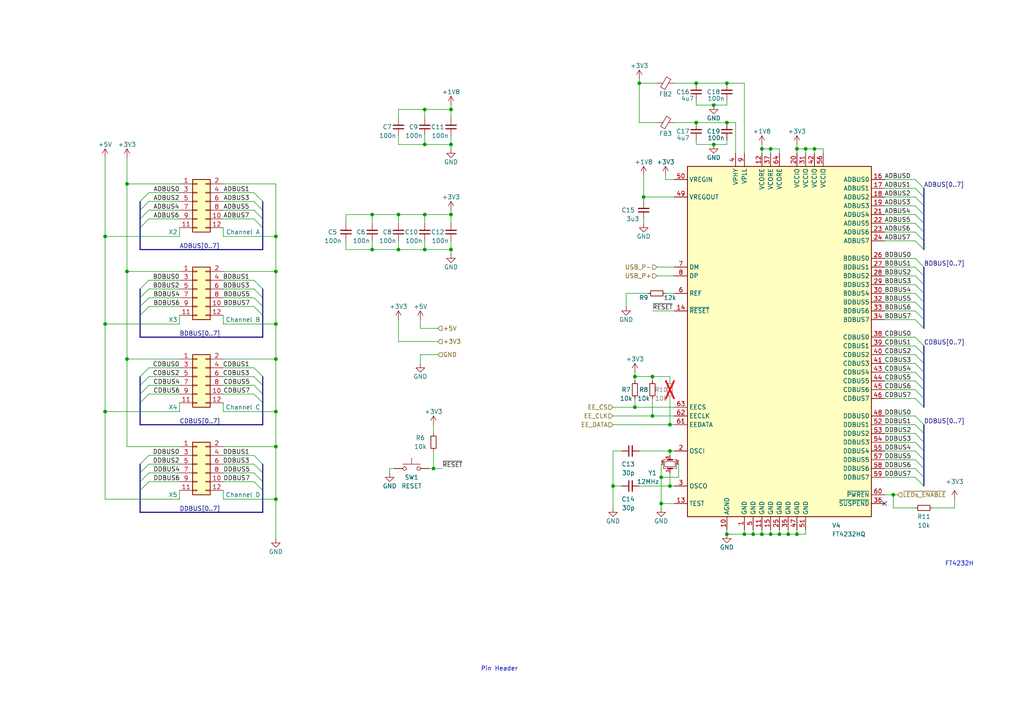
<source format=kicad_sch>
(kicad_sch (version 20231120) (generator "eeschema") (generator_version "8.0")
  (paper "A4")
  (title_block (title "FT4232 Debugger Base") (date "2024-02-10") (rev "v1.0") (comment 4 "Simon Brenninger"))
  (lib_symbols
    (symbol "Connector_Generic:Conn_02x06_Odd_Even" (pin_names (offset 1.016) hide)
      (property "Reference" "J" (at 1.27 7.62 0))
      (property "Value" "Conn_02x06_Odd_Even" (at 1.27 -10.16 0))
      (symbol "Conn_02x06_Odd_Even_1_1"
        (rectangle (start -1.27 -7.493) (end 0 -7.747) (stroke (width 0.1524)))
        (rectangle (start -1.27 -4.953) (end 0 -5.207) (stroke (width 0.1524)))
        (rectangle (start -1.27 -2.413) (end 0 -2.667) (stroke (width 0.1524)))
        (rectangle (start -1.27 0.127) (end 0 -0.127) (stroke (width 0.1524)))
        (rectangle (start -1.27 2.667) (end 0 2.413) (stroke (width 0.1524)))
        (rectangle (start -1.27 5.207) (end 0 4.953) (stroke (width 0.1524)))
        (rectangle (start -1.27 6.35) (end 3.81 -8.89) (stroke (width 0.254)) (fill (type background)))
        (rectangle (start 3.81 -7.493) (end 2.54 -7.747) (stroke (width 0.1524)))
        (rectangle (start 3.81 -4.953) (end 2.54 -5.207) (stroke (width 0.1524)))
        (rectangle (start 3.81 -2.413) (end 2.54 -2.667) (stroke (width 0.1524)))
        (rectangle (start 3.81 0.127) (end 2.54 -0.127) (stroke (width 0.1524)))
        (rectangle (start 3.81 2.667) (end 2.54 2.413) (stroke (width 0.1524)))
        (rectangle (start 3.81 5.207) (end 2.54 4.953) (stroke (width 0.1524)))
        (pin passive line (at -5.08 5.08 0) (length 3.81) (name "Pin_1") (number "1"))
        (pin passive line (at 7.62 -5.08 180) (length 3.81) (name "Pin_10") (number "10"))
        (pin passive line (at -5.08 -7.62 0) (length 3.81) (name "Pin_11") (number "11"))
        (pin passive line (at 7.62 -7.62 180) (length 3.81) (name "Pin_12") (number "12"))
        (pin passive line (at 7.62 5.08 180) (length 3.81) (name "Pin_2") (number "2"))
        (pin passive line (at -5.08 2.54 0) (length 3.81) (name "Pin_3") (number "3"))
        (pin passive line (at 7.62 2.54 180) (length 3.81) (name "Pin_4") (number "4"))
        (pin passive line (at -5.08 0 0) (length 3.81) (name "Pin_5") (number "5"))
        (pin passive line (at 7.62 0 180) (length 3.81) (name "Pin_6") (number "6"))
        (pin passive line (at -5.08 -2.54 0) (length 3.81) (name "Pin_7") (number "7"))
        (pin passive line (at 7.62 -2.54 180) (length 3.81) (name "Pin_8") (number "8"))
        (pin passive line (at -5.08 -5.08 0) (length 3.81) (name "Pin_9") (number "9"))
      )
    )
    (symbol "Device:C_Small" (pin_numbers hide) (pin_names (offset 0.254) hide)
      (property "Reference" "C" (at 0.254 1.778 0))
      (property "Value" "C_Small" (at 0.254 -2.032 0))
      (symbol "C_Small_0_1"
        (polyline (pts (xy -1.524 -0.508) (xy 1.524 -0.508)) (stroke (width 0.3302)))
        (polyline (pts (xy -1.524 0.508) (xy 1.524 0.508)) (stroke (width 0.3048)))
      )
      (symbol "C_Small_1_1"
        (pin passive line (at 0 2.54 270) (length 2.032) (name "~") (number "1"))
        (pin passive line (at 0 -2.54 90) (length 2.032) (name "~") (number "2"))
      )
    )
    (symbol "Device:Crystal_GND24_Small" (pin_names (offset 1.016) hide)
      (property "Reference" "Y" (at 1.27 4.445 0))
      (property "Value" "Crystal_GND24_Small" (at 1.27 2.54 0))
      (symbol "Crystal_GND24_Small_0_1"
        (rectangle (start -0.762 -1.524) (end 0.762 1.524))
        (polyline (pts (xy -1.27 -0.762) (xy -1.27 0.762)) (stroke (width 0.381)))
        (polyline (pts (xy 1.27 -0.762) (xy 1.27 0.762)) (stroke (width 0.381)))
        (polyline (pts (xy -1.27 -1.27) (xy -1.27 -1.905) (xy 1.27 -1.905) (xy 1.27 -1.27)))
        (polyline (pts (xy -1.27 1.27) (xy -1.27 1.905) (xy 1.27 1.905) (xy 1.27 1.27)))
      )
      (symbol "Crystal_GND24_Small_1_1"
        (pin passive line (at -2.54 0 0) (length 1.27) (name "1") (number "1"))
        (pin passive line (at 0 -2.54 90) (length 0.635) (name "2") (number "2"))
        (pin passive line (at 2.54 0 180) (length 1.27) (name "3") (number "3"))
        (pin passive line (at 0 2.54 270) (length 0.635) (name "4") (number "4"))
      )
    )
    (symbol "Device:FerriteBead_Small" (pin_numbers hide) (pin_names (offset 0))
      (property "Reference" "FB" (at 1.905 1.27 0))
      (property "Value" "FerriteBead_Small" (at 1.905 -1.27 0))
      (symbol "FerriteBead_Small_0_1"
        (polyline (pts (xy 0 -1.27) (xy 0 -0.7874)))
        (polyline (pts (xy 0 0.889) (xy 0 1.2954)))
        (polyline (pts (xy -1.8288 0.2794) (xy -1.1176 1.4986) (xy 1.8288 -0.2032) (xy 1.1176 -1.4224) (xy -1.8288 0.2794)))
      )
      (symbol "FerriteBead_Small_1_1"
        (pin passive line (at 0 2.54 270) (length 1.27) (name "~") (number "1"))
        (pin passive line (at 0 -2.54 90) (length 1.27) (name "~") (number "2"))
      )
    )
    (symbol "Device:R_Small" (pin_numbers hide) (pin_names (offset 0.254) hide)
      (property "Reference" "R" (at 0.762 0.508 0))
      (property "Value" "R_Small" (at 0.762 -1.016 0))
      (symbol "R_Small_0_1"
        (rectangle (start -0.762 1.778) (end 0.762 -1.778) (stroke (width 0.2032)))
      )
      (symbol "R_Small_1_1"
        (pin passive line (at 0 2.54 270) (length 0.762) (name "~") (number "1"))
        (pin passive line (at 0 -2.54 90) (length 0.762) (name "~") (number "2"))
      )
    )
    (symbol "Interface_USB:FT4232H"
      (property "Reference" "U" (at -26.67 53.34 0))
      (property "Value" "FT4232H" (at 19.05 53.34 0))
      (symbol "FT4232H_0_1"
        (rectangle (start -26.67 -49.53) (end 26.67 52.07) (stroke (width 0.254)) (fill (type background)))
      )
      (symbol "FT4232H_1_1"
        (pin power_in line (at -10.16 -53.34 90) (length 3.81) (name "GND") (number "1"))
        (pin power_in line (at -15.24 -53.34 90) (length 3.81) (name "AGND") (number "10"))
        (pin power_in line (at -5.08 -53.34 90) (length 3.81) (name "GND") (number "11"))
        (pin power_in line (at -5.08 55.88 270) (length 3.81) (name "VCORE") (number "12"))
        (pin input line (at -30.48 -45.72 0) (length 3.81) (name "TEST") (number "13"))
        (pin input line (at -30.48 10.16 0) (length 3.81) (name "~{RESET}") (number "14"))
        (pin power_in line (at -2.54 -53.34 90) (length 3.81) (name "GND") (number "15"))
        (pin bidirectional line (at 30.48 48.26 180) (length 3.81) (name "ADBUS0") (number "16"))
        (pin bidirectional line (at 30.48 45.72 180) (length 3.81) (name "ADBUS1") (number "17"))
        (pin bidirectional line (at 30.48 43.18 180) (length 3.81) (name "ADBUS2") (number "18"))
        (pin bidirectional line (at 30.48 40.64 180) (length 3.81) (name "ADBUS3") (number "19"))
        (pin input line (at -30.48 -30.48 0) (length 3.81) (name "OSCI") (number "2"))
        (pin power_in line (at 5.08 55.88 270) (length 3.81) (name "VCCIO") (number "20"))
        (pin bidirectional line (at 30.48 38.1 180) (length 3.81) (name "ADBUS4") (number "21"))
        (pin bidirectional line (at 30.48 35.56 180) (length 3.81) (name "ADBUS5") (number "22"))
        (pin bidirectional line (at 30.48 33.02 180) (length 3.81) (name "ADBUS6") (number "23"))
        (pin bidirectional line (at 30.48 30.48 180) (length 3.81) (name "ADBUS7") (number "24"))
        (pin power_in line (at 0 -53.34 90) (length 3.81) (name "GND") (number "25"))
        (pin bidirectional line (at 30.48 25.4 180) (length 3.81) (name "BDBUS0") (number "26"))
        (pin bidirectional line (at 30.48 22.86 180) (length 3.81) (name "BDBUS1") (number "27"))
        (pin bidirectional line (at 30.48 20.32 180) (length 3.81) (name "BDBUS2") (number "28"))
        (pin bidirectional line (at 30.48 17.78 180) (length 3.81) (name "BDBUS3") (number "29"))
        (pin output line (at -30.48 -40.64 0) (length 3.81) (name "OSCO") (number "3"))
        (pin bidirectional line (at 30.48 15.24 180) (length 3.81) (name "BDBUS4") (number "30"))
        (pin power_in line (at 7.62 55.88 270) (length 3.81) (name "VCCIO") (number "31"))
        (pin bidirectional line (at 30.48 12.7 180) (length 3.81) (name "BDBUS5") (number "32"))
        (pin bidirectional line (at 30.48 10.16 180) (length 3.81) (name "BDBUS6") (number "33"))
        (pin bidirectional line (at 30.48 7.62 180) (length 3.81) (name "BDBUS7") (number "34"))
        (pin power_in line (at 2.54 -53.34 90) (length 3.81) (name "GND") (number "35"))
        (pin output line (at 30.48 -45.72 180) (length 3.81) (name "~{SUSPEND}") (number "36"))
        (pin power_in line (at -2.54 55.88 270) (length 3.81) (name "VCORE") (number "37"))
        (pin bidirectional line (at 30.48 2.54 180) (length 3.81) (name "CDBUS0") (number "38"))
        (pin bidirectional line (at 30.48 0 180) (length 3.81) (name "CDBUS1") (number "39"))
        (pin power_in line (at -12.7 55.88 270) (length 3.81) (name "VPHY") (number "4"))
        (pin bidirectional line (at 30.48 -2.54 180) (length 3.81) (name "CDBUS2") (number "40"))
        (pin bidirectional line (at 30.48 -5.08 180) (length 3.81) (name "CDBUS3") (number "41"))
        (pin power_in line (at 10.16 55.88 270) (length 3.81) (name "VCCIO") (number "42"))
        (pin bidirectional line (at 30.48 -7.62 180) (length 3.81) (name "CDBUS4") (number "43"))
        (pin bidirectional line (at 30.48 -10.16 180) (length 3.81) (name "CDBUS5") (number "44"))
        (pin bidirectional line (at 30.48 -12.7 180) (length 3.81) (name "CDBUS6") (number "45"))
        (pin bidirectional line (at 30.48 -15.24 180) (length 3.81) (name "CDBUS7") (number "46"))
        (pin power_in line (at 5.08 -53.34 90) (length 3.81) (name "GND") (number "47"))
        (pin bidirectional line (at 30.48 -20.32 180) (length 3.81) (name "DDBUS0") (number "48"))
        (pin power_out line (at -30.48 43.18 0) (length 3.81) (name "VREGOUT") (number "49"))
        (pin power_in line (at -7.62 -53.34 90) (length 3.81) (name "GND") (number "5"))
        (pin power_in line (at -30.48 48.26 0) (length 3.81) (name "VREGIN") (number "50"))
        (pin power_in line (at 7.62 -53.34 90) (length 3.81) (name "GND") (number "51"))
        (pin bidirectional line (at 30.48 -22.86 180) (length 3.81) (name "DDBUS1") (number "52"))
        (pin bidirectional line (at 30.48 -25.4 180) (length 3.81) (name "DDBUS2") (number "53"))
        (pin bidirectional line (at 30.48 -27.94 180) (length 3.81) (name "DDBUS3") (number "54"))
        (pin bidirectional line (at 30.48 -30.48 180) (length 3.81) (name "DDBUS4") (number "55"))
        (pin power_in line (at 12.7 55.88 270) (length 3.81) (name "VCCIO") (number "56"))
        (pin bidirectional line (at 30.48 -33.02 180) (length 3.81) (name "DDBUS5") (number "57"))
        (pin bidirectional line (at 30.48 -35.56 180) (length 3.81) (name "DDBUS6") (number "58"))
        (pin bidirectional line (at 30.48 -38.1 180) (length 3.81) (name "DDBUS7") (number "59"))
        (pin input line (at -30.48 15.24 0) (length 3.81) (name "REF") (number "6"))
        (pin output line (at 30.48 -43.18 180) (length 3.81) (name "~{PWREN}") (number "60"))
        (pin bidirectional line (at -30.48 -22.86 0) (length 3.81) (name "EEDATA") (number "61"))
        (pin output line (at -30.48 -20.32 0) (length 3.81) (name "EECLK") (number "62"))
        (pin output line (at -30.48 -17.78 0) (length 3.81) (name "EECS") (number "63"))
        (pin power_in line (at 0 55.88 270) (length 3.81) (name "VCORE") (number "64"))
        (pin bidirectional line (at -30.48 22.86 0) (length 3.81) (name "DM") (number "7"))
        (pin bidirectional line (at -30.48 20.32 0) (length 3.81) (name "DP") (number "8"))
        (pin power_in line (at -10.16 55.88 270) (length 3.81) (name "VPLL") (number "9"))
      )
    )
    (symbol "Switch:SW_Push" (pin_numbers hide) (pin_names (offset 1.016) hide)
      (property "Reference" "SW" (at 1.27 2.54 0))
      (property "Value" "SW_Push" (at 0 -1.524 0))
      (symbol "SW_Push_0_1"
        (circle (center -2.032 0) (radius 0.508))
        (polyline (pts (xy 0 1.27) (xy 0 3.048)))
        (polyline (pts (xy 2.54 1.27) (xy -2.54 1.27)))
        (circle (center 2.032 0) (radius 0.508))
        (pin passive line (at -5.08 0 0) (length 2.54) (name "1") (number "1"))
        (pin passive line (at 5.08 0 180) (length 2.54) (name "2") (number "2"))
      )
    )
    (symbol "power:+1V8" (power) (pin_names (offset 0))
      (property "Value" "+1V8" (at 0 3.556 0))
      (symbol "+1V8_0_1"
        (polyline (pts (xy -0.762 1.27) (xy 0 2.54)))
        (polyline (pts (xy 0 0) (xy 0 2.54)))
        (polyline (pts (xy 0 2.54) (xy 0.762 1.27)))
      )
      (symbol "+1V8_1_1"
        (pin power_in line (at 0 0 90) (length 0) hide (name "+1V8") (number "1"))
      )
    )
    (symbol "power:+3V3" (power) (pin_names (offset 0))
      (property "Value" "+3V3" (at 0 3.556 0))
      (symbol "+3V3_0_1"
        (polyline (pts (xy -0.762 1.27) (xy 0 2.54)))
        (polyline (pts (xy 0 0) (xy 0 2.54)))
        (polyline (pts (xy 0 2.54) (xy 0.762 1.27)))
      )
      (symbol "+3V3_1_1"
        (pin power_in line (at 0 0 90) (length 0) hide (name "+3V3") (number "1"))
      )
    )
    (symbol "power:+5V" (power) (pin_names (offset 0))
      (property "Value" "+5V" (at 0 3.556 0))
      (symbol "+5V_0_1"
        (polyline (pts (xy -0.762 1.27) (xy 0 2.54)))
        (polyline (pts (xy 0 0) (xy 0 2.54)))
        (polyline (pts (xy 0 2.54) (xy 0.762 1.27)))
      )
      (symbol "+5V_1_1"
        (pin power_in line (at 0 0 90) (length 0) hide (name "+5V") (number "1"))
      )
    )
    (symbol "power:GND" (power) (pin_names (offset 0))
      (property "Value" "GND" (at 0 -3.81 0))
      (symbol "GND_0_1"
        (polyline (pts (xy 0 0) (xy 0 -1.27) (xy 1.27 -1.27) (xy 0 -2.54) (xy -1.27 -1.27) (xy 0 -1.27)))
      )
      (symbol "GND_1_1"
        (pin power_in line (at 0 0 270) (length 0) hide (name "GND") (number "1"))
      )
    )
  )
  (junction (at 207.01 30.48))
  (junction (at 236.22 43.18))
  (junction (at 191.77 138.43))
  (junction (at 201.93 35.56))
  (junction (at 210.82 24.13))
  (junction (at 259.08 143.51))
  (junction (at 80.01 104.14))
  (junction (at 107.95 72.39))
  (junction (at 194.31 140.97))
  (junction (at 36.83 53.34))
  (junction (at 233.68 43.18))
  (junction (at 123.19 41.91))
  (junction (at 36.83 104.14))
  (junction (at 207.01 41.91))
  (junction (at 30.48 68.58))
  (junction (at 226.06 154.94))
  (junction (at 184.15 109.22))
  (junction (at 189.23 109.22))
  (junction (at 123.19 72.39))
  (junction (at 228.6 154.94))
  (junction (at 80.01 129.54))
  (junction (at 36.83 78.74))
  (junction (at 218.44 154.94))
  (junction (at 215.9 154.94))
  (junction (at 80.01 68.58))
  (junction (at 201.93 24.13))
  (junction (at 80.01 119.38))
  (junction (at 184.15 118.11))
  (junction (at 123.19 31.75))
  (junction (at 223.52 154.94))
  (junction (at 186.69 57.15))
  (junction (at 185.42 24.13))
  (junction (at 191.77 146.05))
  (junction (at 125.73 135.89))
  (junction (at 220.98 43.18))
  (junction (at 115.57 72.39))
  (junction (at 177.8 140.97))
  (junction (at 231.14 43.18))
  (junction (at 194.31 123.19))
  (junction (at 210.82 154.94))
  (junction (at 210.82 35.56))
  (junction (at 80.01 78.74))
  (junction (at 107.95 62.23))
  (junction (at 130.81 72.39))
  (junction (at 30.48 119.38))
  (junction (at 123.19 62.23))
  (junction (at 231.14 154.94))
  (junction (at 80.01 93.98))
  (junction (at 130.81 62.23))
  (junction (at 80.01 144.78))
  (junction (at 220.98 154.94))
  (junction (at 189.23 120.65))
  (junction (at 194.31 130.81))
  (junction (at 130.81 31.75))
  (junction (at 130.81 41.91))
  (junction (at 30.48 93.98))
  (junction (at 223.52 43.18))
  (junction (at 115.57 62.23))
  (no_connect (at 256.54 146.05))
  (bus_entry (at 265.43 125.73) (size 2.54 2.54))
  (bus_entry (at 265.43 67.31) (size 2.54 2.54))
  (bus_entry (at 265.43 100.33) (size 2.54 2.54))
  (bus_entry (at 265.43 115.57) (size 2.54 2.54))
  (bus_entry (at 265.43 92.71) (size 2.54 2.54))
  (bus_entry (at 265.43 62.23) (size 2.54 2.54))
  (bus_entry (at 73.66 106.68) (size 2.54 2.54))
  (bus_entry (at 43.18 60.96) (size -2.54 2.54))
  (bus_entry (at 265.43 77.47) (size 2.54 2.54))
  (bus_entry (at 43.18 139.7) (size -2.54 2.54))
  (bus_entry (at 73.66 137.16) (size 2.54 2.54))
  (bus_entry (at 43.18 88.9) (size -2.54 2.54))
  (bus_entry (at 265.43 87.63) (size 2.54 2.54))
  (bus_entry (at 265.43 138.43) (size 2.54 2.54))
  (bus_entry (at 43.18 55.88) (size -2.54 2.54))
  (bus_entry (at 73.66 88.9) (size 2.54 2.54))
  (bus_entry (at 265.43 107.95) (size 2.54 2.54))
  (bus_entry (at 265.43 133.35) (size 2.54 2.54))
  (bus_entry (at 43.18 63.5) (size -2.54 2.54))
  (bus_entry (at 73.66 111.76) (size 2.54 2.54))
  (bus_entry (at 73.66 109.22) (size 2.54 2.54))
  (bus_entry (at 265.43 69.85) (size 2.54 2.54))
  (bus_entry (at 73.66 86.36) (size 2.54 2.54))
  (bus_entry (at 265.43 90.17) (size 2.54 2.54))
  (bus_entry (at 265.43 74.93) (size 2.54 2.54))
  (bus_entry (at 265.43 54.61) (size 2.54 2.54))
  (bus_entry (at 73.66 83.82) (size 2.54 2.54))
  (bus_entry (at 265.43 113.03) (size 2.54 2.54))
  (bus_entry (at 265.43 80.01) (size 2.54 2.54))
  (bus_entry (at 265.43 57.15) (size 2.54 2.54))
  (bus_entry (at 43.18 83.82) (size -2.54 2.54))
  (bus_entry (at 73.66 58.42) (size 2.54 2.54))
  (bus_entry (at 43.18 86.36) (size -2.54 2.54))
  (bus_entry (at 265.43 97.79) (size 2.54 2.54))
  (bus_entry (at 265.43 85.09) (size 2.54 2.54))
  (bus_entry (at 43.18 109.22) (size -2.54 2.54))
  (bus_entry (at 265.43 52.07) (size 2.54 2.54))
  (bus_entry (at 43.18 134.62) (size -2.54 2.54))
  (bus_entry (at 265.43 135.89) (size 2.54 2.54))
  (bus_entry (at 265.43 123.19) (size 2.54 2.54))
  (bus_entry (at 43.18 58.42) (size -2.54 2.54))
  (bus_entry (at 43.18 81.28) (size -2.54 2.54))
  (bus_entry (at 73.66 63.5) (size 2.54 2.54))
  (bus_entry (at 73.66 114.3) (size 2.54 2.54))
  (bus_entry (at 265.43 64.77) (size 2.54 2.54))
  (bus_entry (at 265.43 130.81) (size 2.54 2.54))
  (bus_entry (at 265.43 59.69) (size 2.54 2.54))
  (bus_entry (at 265.43 110.49) (size 2.54 2.54))
  (bus_entry (at 265.43 120.65) (size 2.54 2.54))
  (bus_entry (at 73.66 134.62) (size 2.54 2.54))
  (bus_entry (at 265.43 102.87) (size 2.54 2.54))
  (bus_entry (at 265.43 82.55) (size 2.54 2.54))
  (bus_entry (at 43.18 132.08) (size -2.54 2.54))
  (bus_entry (at 73.66 81.28) (size 2.54 2.54))
  (bus_entry (at 43.18 106.68) (size -2.54 2.54))
  (bus_entry (at 43.18 111.76) (size -2.54 2.54))
  (bus_entry (at 265.43 105.41) (size 2.54 2.54))
  (bus_entry (at 73.66 132.08) (size 2.54 2.54))
  (bus_entry (at 73.66 139.7) (size 2.54 2.54))
  (bus_entry (at 73.66 60.96) (size 2.54 2.54))
  (bus_entry (at 43.18 137.16) (size -2.54 2.54))
  (bus_entry (at 73.66 55.88) (size 2.54 2.54))
  (bus_entry (at 265.43 128.27) (size 2.54 2.54))
  (bus_entry (at 43.18 114.3) (size -2.54 2.54))
  (wire (pts (xy 177.8 140.97) (xy 180.34 140.97)))
  (bus (pts (xy 267.97 85.09) (xy 267.97 82.55)))
  (bus (pts (xy 76.2 91.44) (xy 76.2 97.79)))
  (bus (pts (xy 40.64 134.62) (xy 40.64 137.16)))
  (wire (pts (xy 52.07 104.14) (xy 36.83 104.14)))
  (wire (pts (xy 265.43 147.32) (xy 259.08 147.32)))
  (wire (pts (xy 64.77 142.24) (xy 64.77 144.78)))
  (wire (pts (xy 231.14 154.94) (xy 231.14 153.67)))
  (wire (pts (xy 64.77 81.28) (xy 73.66 81.28)))
  (bus (pts (xy 40.64 97.79) (xy 76.2 97.79)))
  (wire (pts (xy 100.33 62.23) (xy 107.95 62.23)))
  (wire (pts (xy 256.54 135.89) (xy 265.43 135.89)))
  (bus (pts (xy 40.64 111.76) (xy 40.64 114.3)))
  (wire (pts (xy 210.82 154.94) (xy 210.82 153.67)))
  (bus (pts (xy 267.97 107.95) (xy 267.97 105.41)))
  (wire (pts (xy 115.57 62.23) (xy 115.57 64.77)))
  (wire (pts (xy 260.35 143.51) (xy 259.08 143.51)))
  (wire (pts (xy 185.42 22.86) (xy 185.42 24.13)))
  (bus (pts (xy 267.97 105.41) (xy 267.97 102.87)))
  (wire (pts (xy 228.6 154.94) (xy 228.6 153.67)))
  (wire (pts (xy 80.01 68.58) (xy 80.01 78.74)))
  (bus (pts (xy 267.97 133.35) (xy 267.97 130.81)))
  (bus (pts (xy 76.2 86.36) (xy 76.2 88.9)))
  (wire (pts (xy 193.04 52.07) (xy 195.58 52.07)))
  (bus (pts (xy 40.64 91.44) (xy 40.64 97.79)))
  (wire (pts (xy 177.8 140.97) (xy 177.8 130.81)))
  (wire (pts (xy 115.57 39.37) (xy 115.57 41.91)))
  (wire (pts (xy 123.19 31.75) (xy 123.19 34.29)))
  (bus (pts (xy 76.2 88.9) (xy 76.2 91.44)))
  (bus (pts (xy 40.64 66.04) (xy 40.64 72.39)))
  (wire (pts (xy 256.54 90.17) (xy 265.43 90.17)))
  (wire (pts (xy 191.77 134.62) (xy 191.77 138.43)))
  (bus (pts (xy 267.97 130.81) (xy 267.97 128.27)))
  (wire (pts (xy 130.81 64.77) (xy 130.81 62.23)))
  (bus (pts (xy 76.2 63.5) (xy 76.2 66.04)))
  (wire (pts (xy 207.01 30.48) (xy 210.82 30.48)))
  (wire (pts (xy 256.54 130.81) (xy 265.43 130.81)))
  (wire (pts (xy 107.95 62.23) (xy 115.57 62.23)))
  (wire (pts (xy 64.77 114.3) (xy 73.66 114.3)))
  (wire (pts (xy 73.66 55.88) (xy 64.77 55.88)))
  (bus (pts (xy 76.2 111.76) (xy 76.2 114.3)))
  (wire (pts (xy 196.85 134.62) (xy 196.85 138.43)))
  (wire (pts (xy 231.14 154.94) (xy 233.68 154.94)))
  (wire (pts (xy 256.54 102.87) (xy 265.43 102.87)))
  (wire (pts (xy 43.18 139.7) (xy 52.07 139.7)))
  (wire (pts (xy 64.77 68.58) (xy 80.01 68.58)))
  (bus (pts (xy 40.64 142.24) (xy 40.64 148.59)))
  (bus (pts (xy 267.97 102.87) (xy 267.97 100.33)))
  (bus (pts (xy 267.97 138.43) (xy 267.97 135.89)))
  (wire (pts (xy 196.85 138.43) (xy 191.77 138.43)))
  (bus (pts (xy 40.64 139.7) (xy 40.64 142.24)))
  (wire (pts (xy 226.06 154.94) (xy 228.6 154.94)))
  (wire (pts (xy 256.54 133.35) (xy 265.43 133.35)))
  (wire (pts (xy 30.48 93.98) (xy 30.48 119.38)))
  (wire (pts (xy 43.18 88.9) (xy 52.07 88.9)))
  (wire (pts (xy 115.57 62.23) (xy 123.19 62.23)))
  (bus (pts (xy 267.97 82.55) (xy 267.97 80.01)))
  (wire (pts (xy 43.18 109.22) (xy 52.07 109.22)))
  (wire (pts (xy 191.77 138.43) (xy 191.77 146.05)))
  (wire (pts (xy 30.48 68.58) (xy 52.07 68.58)))
  (wire (pts (xy 123.19 72.39) (xy 115.57 72.39)))
  (wire (pts (xy 210.82 35.56) (xy 213.36 35.56)))
  (wire (pts (xy 121.92 102.87) (xy 121.92 105.41)))
  (bus (pts (xy 267.97 90.17) (xy 267.97 87.63)))
  (wire (pts (xy 195.58 35.56) (xy 201.93 35.56)))
  (wire (pts (xy 52.07 129.54) (xy 36.83 129.54)))
  (wire (pts (xy 80.01 144.78) (xy 80.01 156.21)))
  (wire (pts (xy 220.98 43.18) (xy 220.98 44.45)))
  (wire (pts (xy 256.54 105.41) (xy 265.43 105.41)))
  (wire (pts (xy 80.01 104.14) (xy 80.01 119.38)))
  (wire (pts (xy 194.31 110.49) (xy 194.31 109.22)))
  (wire (pts (xy 276.86 147.32) (xy 270.51 147.32)))
  (bus (pts (xy 76.2 137.16) (xy 76.2 139.7)))
  (wire (pts (xy 80.01 53.34) (xy 64.77 53.34)))
  (wire (pts (xy 121.92 95.25) (xy 121.92 92.71)))
  (wire (pts (xy 177.8 118.11) (xy 184.15 118.11)))
  (wire (pts (xy 181.61 85.09) (xy 181.61 88.9)))
  (wire (pts (xy 223.52 43.18) (xy 226.06 43.18)))
  (bus (pts (xy 267.97 72.39) (xy 267.97 69.85)))
  (bus (pts (xy 40.64 123.19) (xy 76.2 123.19)))
  (wire (pts (xy 201.93 40.64) (xy 201.93 41.91)))
  (wire (pts (xy 43.18 114.3) (xy 52.07 114.3)))
  (wire (pts (xy 73.66 63.5) (xy 64.77 63.5)))
  (wire (pts (xy 256.54 87.63) (xy 265.43 87.63)))
  (wire (pts (xy 43.18 137.16) (xy 52.07 137.16)))
  (wire (pts (xy 64.77 93.98) (xy 80.01 93.98)))
  (bus (pts (xy 267.97 92.71) (xy 267.97 90.17)))
  (wire (pts (xy 100.33 72.39) (xy 100.33 69.85)))
  (wire (pts (xy 115.57 31.75) (xy 123.19 31.75)))
  (wire (pts (xy 256.54 123.19) (xy 265.43 123.19)))
  (wire (pts (xy 123.19 31.75) (xy 130.81 31.75)))
  (wire (pts (xy 43.18 86.36) (xy 52.07 86.36)))
  (wire (pts (xy 220.98 154.94) (xy 220.98 153.67)))
  (wire (pts (xy 113.03 135.89) (xy 113.03 137.16)))
  (wire (pts (xy 256.54 69.85) (xy 265.43 69.85)))
  (wire (pts (xy 52.07 116.84) (xy 52.07 119.38)))
  (wire (pts (xy 52.07 53.34) (xy 36.83 53.34)))
  (wire (pts (xy 194.31 115.57) (xy 194.31 123.19)))
  (wire (pts (xy 130.81 30.48) (xy 130.81 31.75)))
  (wire (pts (xy 191.77 147.32) (xy 191.77 146.05)))
  (wire (pts (xy 213.36 35.56) (xy 213.36 44.45)))
  (wire (pts (xy 201.93 24.13) (xy 210.82 24.13)))
  (wire (pts (xy 186.69 57.15) (xy 195.58 57.15)))
  (wire (pts (xy 36.83 53.34) (xy 36.83 78.74)))
  (wire (pts (xy 256.54 128.27) (xy 265.43 128.27)))
  (wire (pts (xy 223.52 43.18) (xy 223.52 44.45)))
  (wire (pts (xy 256.54 64.77) (xy 265.43 64.77)))
  (wire (pts (xy 194.31 123.19) (xy 195.58 123.19)))
  (wire (pts (xy 256.54 54.61) (xy 265.43 54.61)))
  (wire (pts (xy 30.48 68.58) (xy 30.48 93.98)))
  (wire (pts (xy 210.82 24.13) (xy 215.9 24.13)))
  (wire (pts (xy 194.31 140.97) (xy 195.58 140.97)))
  (wire (pts (xy 194.31 130.81) (xy 194.31 132.08)))
  (bus (pts (xy 76.2 83.82) (xy 76.2 86.36)))
  (wire (pts (xy 52.07 91.44) (xy 52.07 93.98)))
  (wire (pts (xy 36.83 104.14) (xy 36.83 129.54)))
  (bus (pts (xy 267.97 57.15) (xy 267.97 54.61)))
  (bus (pts (xy 267.97 110.49) (xy 267.97 107.95)))
  (wire (pts (xy 130.81 69.85) (xy 130.81 72.39)))
  (bus (pts (xy 267.97 115.57) (xy 267.97 113.03)))
  (wire (pts (xy 220.98 154.94) (xy 223.52 154.94)))
  (wire (pts (xy 130.81 41.91) (xy 130.81 43.18)))
  (wire (pts (xy 64.77 104.14) (xy 80.01 104.14)))
  (wire (pts (xy 256.54 138.43) (xy 265.43 138.43)))
  (bus (pts (xy 40.64 114.3) (xy 40.64 116.84)))
  (bus (pts (xy 267.97 128.27) (xy 267.97 125.73)))
  (bus (pts (xy 40.64 116.84) (xy 40.64 123.19)))
  (wire (pts (xy 43.18 134.62) (xy 52.07 134.62)))
  (wire (pts (xy 190.5 77.47) (xy 195.58 77.47)))
  (wire (pts (xy 177.8 120.65) (xy 189.23 120.65)))
  (wire (pts (xy 64.77 78.74) (xy 80.01 78.74)))
  (wire (pts (xy 195.58 24.13) (xy 201.93 24.13)))
  (wire (pts (xy 210.82 41.91) (xy 210.82 40.64)))
  (wire (pts (xy 184.15 118.11) (xy 195.58 118.11)))
  (bus (pts (xy 76.2 134.62) (xy 76.2 137.16)))
  (wire (pts (xy 256.54 100.33) (xy 265.43 100.33)))
  (wire (pts (xy 64.77 137.16) (xy 73.66 137.16)))
  (wire (pts (xy 256.54 82.55) (xy 265.43 82.55)))
  (wire (pts (xy 43.18 63.5) (xy 52.07 63.5)))
  (wire (pts (xy 184.15 110.49) (xy 184.15 109.22)))
  (wire (pts (xy 80.01 119.38) (xy 80.01 129.54)))
  (wire (pts (xy 189.23 90.17) (xy 195.58 90.17)))
  (wire (pts (xy 259.08 147.32) (xy 259.08 143.51)))
  (wire (pts (xy 194.31 109.22) (xy 189.23 109.22)))
  (bus (pts (xy 267.97 59.69) (xy 267.97 57.15)))
  (wire (pts (xy 256.54 77.47) (xy 265.43 77.47)))
  (wire (pts (xy 256.54 107.95) (xy 265.43 107.95)))
  (wire (pts (xy 218.44 154.94) (xy 218.44 153.67)))
  (wire (pts (xy 184.15 109.22) (xy 189.23 109.22)))
  (wire (pts (xy 43.18 106.68) (xy 52.07 106.68)))
  (bus (pts (xy 267.97 125.73) (xy 267.97 123.19)))
  (bus (pts (xy 267.97 118.11) (xy 267.97 115.57)))
  (wire (pts (xy 191.77 146.05) (xy 195.58 146.05)))
  (bus (pts (xy 76.2 142.24) (xy 76.2 148.59)))
  (bus (pts (xy 40.64 58.42) (xy 40.64 60.96)))
  (wire (pts (xy 256.54 115.57) (xy 265.43 115.57)))
  (bus (pts (xy 40.64 60.96) (xy 40.64 63.5)))
  (wire (pts (xy 256.54 92.71) (xy 265.43 92.71)))
  (wire (pts (xy 43.18 55.88) (xy 52.07 55.88)))
  (wire (pts (xy 220.98 43.18) (xy 223.52 43.18)))
  (bus (pts (xy 76.2 109.22) (xy 76.2 111.76)))
  (bus (pts (xy 76.2 66.04) (xy 76.2 72.39)))
  (wire (pts (xy 256.54 80.01) (xy 265.43 80.01)))
  (wire (pts (xy 114.3 135.89) (xy 113.03 135.89)))
  (bus (pts (xy 267.97 135.89) (xy 267.97 133.35)))
  (bus (pts (xy 40.64 86.36) (xy 40.64 88.9)))
  (wire (pts (xy 256.54 125.73) (xy 265.43 125.73)))
  (wire (pts (xy 125.73 130.81) (xy 125.73 135.89)))
  (wire (pts (xy 177.8 147.32) (xy 177.8 140.97)))
  (wire (pts (xy 30.48 93.98) (xy 52.07 93.98)))
  (wire (pts (xy 115.57 31.75) (xy 115.57 34.29)))
  (wire (pts (xy 128.27 135.89) (xy 125.73 135.89)))
  (wire (pts (xy 73.66 58.42) (xy 64.77 58.42)))
  (wire (pts (xy 115.57 69.85) (xy 115.57 72.39)))
  (wire (pts (xy 43.18 58.42) (xy 52.07 58.42)))
  (wire (pts (xy 194.31 137.16) (xy 194.31 140.97)))
  (wire (pts (xy 256.54 59.69) (xy 265.43 59.69)))
  (wire (pts (xy 185.42 140.97) (xy 194.31 140.97)))
  (wire (pts (xy 186.69 50.8) (xy 186.69 57.15)))
  (wire (pts (xy 256.54 113.03) (xy 265.43 113.03)))
  (bus (pts (xy 76.2 114.3) (xy 76.2 116.84)))
  (wire (pts (xy 80.01 53.34) (xy 80.01 68.58)))
  (bus (pts (xy 40.64 83.82) (xy 40.64 86.36)))
  (wire (pts (xy 64.77 86.36) (xy 73.66 86.36)))
  (wire (pts (xy 43.18 83.82) (xy 52.07 83.82)))
  (wire (pts (xy 123.19 62.23) (xy 130.81 62.23)))
  (wire (pts (xy 64.77 132.08) (xy 73.66 132.08)))
  (wire (pts (xy 100.33 64.77) (xy 100.33 62.23)))
  (wire (pts (xy 226.06 43.18) (xy 226.06 44.45)))
  (wire (pts (xy 123.19 41.91) (xy 130.81 41.91)))
  (bus (pts (xy 267.97 95.25) (xy 267.97 92.71)))
  (wire (pts (xy 64.77 129.54) (xy 80.01 129.54)))
  (wire (pts (xy 177.8 130.81) (xy 180.34 130.81)))
  (wire (pts (xy 210.82 154.94) (xy 215.9 154.94)))
  (bus (pts (xy 76.2 60.96) (xy 76.2 63.5)))
  (wire (pts (xy 52.07 142.24) (xy 52.07 144.78)))
  (wire (pts (xy 36.83 45.72) (xy 36.83 53.34)))
  (wire (pts (xy 30.48 119.38) (xy 52.07 119.38)))
  (wire (pts (xy 43.18 111.76) (xy 52.07 111.76)))
  (bus (pts (xy 76.2 58.42) (xy 76.2 60.96)))
  (bus (pts (xy 76.2 139.7) (xy 76.2 142.24)))
  (wire (pts (xy 43.18 132.08) (xy 52.07 132.08)))
  (wire (pts (xy 189.23 115.57) (xy 189.23 120.65)))
  (wire (pts (xy 181.61 85.09) (xy 187.96 85.09)))
  (bus (pts (xy 267.97 87.63) (xy 267.97 85.09)))
  (wire (pts (xy 256.54 57.15) (xy 265.43 57.15)))
  (wire (pts (xy 259.08 143.51) (xy 256.54 143.51)))
  (bus (pts (xy 267.97 67.31) (xy 267.97 64.77)))
  (wire (pts (xy 193.04 50.8) (xy 193.04 52.07)))
  (wire (pts (xy 193.04 85.09) (xy 195.58 85.09)))
  (wire (pts (xy 30.48 119.38) (xy 30.48 144.78)))
  (wire (pts (xy 124.46 135.89) (xy 125.73 135.89)))
  (wire (pts (xy 123.19 39.37) (xy 123.19 41.91)))
  (wire (pts (xy 189.23 120.65) (xy 195.58 120.65)))
  (wire (pts (xy 64.77 134.62) (xy 73.66 134.62)))
  (wire (pts (xy 185.42 24.13) (xy 190.5 24.13)))
  (wire (pts (xy 256.54 120.65) (xy 265.43 120.65)))
  (wire (pts (xy 52.07 66.04) (xy 52.07 68.58)))
  (wire (pts (xy 207.01 41.91) (xy 210.82 41.91)))
  (wire (pts (xy 130.81 72.39) (xy 130.81 73.66)))
  (bus (pts (xy 40.64 72.39) (xy 76.2 72.39)))
  (wire (pts (xy 130.81 31.75) (xy 130.81 34.29)))
  (bus (pts (xy 40.64 137.16) (xy 40.64 139.7)))
  (wire (pts (xy 276.86 144.78) (xy 276.86 147.32)))
  (wire (pts (xy 123.19 69.85) (xy 123.19 72.39)))
  (wire (pts (xy 107.95 72.39) (xy 115.57 72.39)))
  (wire (pts (xy 238.76 43.18) (xy 238.76 44.45)))
  (wire (pts (xy 30.48 45.72) (xy 30.48 68.58)))
  (wire (pts (xy 80.01 78.74) (xy 80.01 93.98)))
  (bus (pts (xy 267.97 64.77) (xy 267.97 62.23)))
  (wire (pts (xy 64.77 83.82) (xy 73.66 83.82)))
  (wire (pts (xy 201.93 30.48) (xy 207.01 30.48)))
  (wire (pts (xy 233.68 43.18) (xy 233.68 44.45)))
  (wire (pts (xy 185.42 35.56) (xy 190.5 35.56)))
  (wire (pts (xy 186.69 63.5) (xy 186.69 64.77)))
  (wire (pts (xy 64.77 66.04) (xy 64.77 68.58)))
  (bus (pts (xy 40.64 88.9) (xy 40.64 91.44)))
  (wire (pts (xy 256.54 110.49) (xy 265.43 110.49)))
  (wire (pts (xy 184.15 115.57) (xy 184.15 118.11)))
  (wire (pts (xy 64.77 139.7) (xy 73.66 139.7)))
  (wire (pts (xy 223.52 154.94) (xy 226.06 154.94)))
  (wire (pts (xy 64.77 144.78) (xy 80.01 144.78)))
  (wire (pts (xy 201.93 41.91) (xy 207.01 41.91)))
  (wire (pts (xy 52.07 144.78) (xy 30.48 144.78)))
  (wire (pts (xy 73.66 60.96) (xy 64.77 60.96)))
  (wire (pts (xy 107.95 69.85) (xy 107.95 72.39)))
  (wire (pts (xy 223.52 154.94) (xy 223.52 153.67)))
  (wire (pts (xy 185.42 130.81) (xy 194.31 130.81)))
  (wire (pts (xy 64.77 91.44) (xy 64.77 93.98)))
  (wire (pts (xy 43.18 60.96) (xy 52.07 60.96)))
  (wire (pts (xy 123.19 62.23) (xy 123.19 64.77)))
  (wire (pts (xy 190.5 80.01) (xy 195.58 80.01)))
  (wire (pts (xy 130.81 60.96) (xy 130.81 62.23)))
  (wire (pts (xy 210.82 30.48) (xy 210.82 29.21)))
  (bus (pts (xy 40.64 148.59) (xy 76.2 148.59)))
  (wire (pts (xy 218.44 154.94) (xy 220.98 154.94)))
  (wire (pts (xy 177.8 123.19) (xy 194.31 123.19)))
  (wire (pts (xy 64.77 88.9) (xy 73.66 88.9)))
  (wire (pts (xy 215.9 154.94) (xy 215.9 153.67)))
  (wire (pts (xy 127 99.06) (xy 115.57 99.06)))
  (bus (pts (xy 267.97 62.23) (xy 267.97 59.69)))
  (wire (pts (xy 36.83 78.74) (xy 52.07 78.74)))
  (bus (pts (xy 267.97 80.01) (xy 267.97 77.47)))
  (wire (pts (xy 236.22 43.18) (xy 238.76 43.18)))
  (wire (pts (xy 201.93 35.56) (xy 210.82 35.56)))
  (wire (pts (xy 215.9 154.94) (xy 218.44 154.94)))
  (bus (pts (xy 40.64 109.22) (xy 40.64 111.76)))
  (wire (pts (xy 236.22 43.18) (xy 236.22 44.45)))
  (wire (pts (xy 64.77 111.76) (xy 73.66 111.76)))
  (wire (pts (xy 80.01 93.98) (xy 80.01 104.14)))
  (wire (pts (xy 256.54 67.31) (xy 265.43 67.31)))
  (wire (pts (xy 256.54 97.79) (xy 265.43 97.79)))
  (wire (pts (xy 233.68 43.18) (xy 236.22 43.18)))
  (wire (pts (xy 36.83 78.74) (xy 36.83 104.14)))
  (wire (pts (xy 127 95.25) (xy 121.92 95.25)))
  (wire (pts (xy 115.57 99.06) (xy 115.57 92.71)))
  (wire (pts (xy 215.9 24.13) (xy 215.9 44.45)))
  (wire (pts (xy 231.14 43.18) (xy 231.14 44.45)))
  (wire (pts (xy 185.42 35.56) (xy 185.42 24.13)))
  (wire (pts (xy 64.77 119.38) (xy 80.01 119.38)))
  (wire (pts (xy 201.93 29.21) (xy 201.93 30.48)))
  (wire (pts (xy 127 102.87) (xy 121.92 102.87)))
  (wire (pts (xy 100.33 72.39) (xy 107.95 72.39)))
  (bus (pts (xy 267.97 140.97) (xy 267.97 138.43)))
  (bus (pts (xy 76.2 116.84) (xy 76.2 123.19)))
  (wire (pts (xy 107.95 62.23) (xy 107.95 64.77)))
  (wire (pts (xy 115.57 41.91) (xy 123.19 41.91)))
  (wire (pts (xy 231.14 41.91) (xy 231.14 43.18)))
  (wire (pts (xy 220.98 41.91) (xy 220.98 43.18)))
  (wire (pts (xy 64.77 106.68) (xy 73.66 106.68)))
  (wire (pts (xy 256.54 74.93) (xy 265.43 74.93)))
  (wire (pts (xy 64.77 109.22) (xy 73.66 109.22)))
  (wire (pts (xy 80.01 129.54) (xy 80.01 144.78)))
  (wire (pts (xy 228.6 154.94) (xy 231.14 154.94)))
  (bus (pts (xy 40.64 63.5) (xy 40.64 66.04)))
  (bus (pts (xy 267.97 113.03) (xy 267.97 110.49)))
  (wire (pts (xy 130.81 41.91) (xy 130.81 39.37)))
  (wire (pts (xy 186.69 57.15) (xy 186.69 58.42)))
  (wire (pts (xy 194.31 130.81) (xy 195.58 130.81)))
  (wire (pts (xy 184.15 107.95) (xy 184.15 109.22)))
  (wire (pts (xy 256.54 62.23) (xy 265.43 62.23)))
  (wire (pts (xy 43.18 81.28) (xy 52.07 81.28)))
  (wire (pts (xy 64.77 116.84) (xy 64.77 119.38)))
  (wire (pts (xy 256.54 52.07) (xy 265.43 52.07)))
  (wire (pts (xy 123.19 72.39) (xy 130.81 72.39)))
  (wire (pts (xy 231.14 43.18) (xy 233.68 43.18)))
  (wire (pts (xy 233.68 154.94) (xy 233.68 153.67)))
  (bus (pts (xy 267.97 69.85) (xy 267.97 67.31)))
  (wire (pts (xy 189.23 109.22) (xy 189.23 110.49)))
  (wire (pts (xy 226.06 154.94) (xy 226.06 153.67)))
  (wire (pts (xy 125.73 123.19) (xy 125.73 125.73)))
  (wire (pts (xy 256.54 85.09) (xy 265.43 85.09)))
  (text "FT4232H" (at 274.066 164.338 0) (effects (font (size 1.27 1.27)) (justify left bottom)))
  (text "Pin Header" (at 139.446 194.818 0) (effects (font (size 1.27 1.27)) (justify left bottom)))
  (label "DDBUS4" (at 44.45 137.16 0))
  (label "BDBUS3" (at 256.54 82.55 0))
  (label "ADBUS2" (at 256.54 57.15 0))
  (label "BDBUS6" (at 44.45 88.9 0))
  (label "DDBUS6" (at 256.54 135.89 0))
  (label "CDBUS4" (at 44.45 111.76 0))
  (label "BDBUS0" (at 52.07 81.28 180))
  (label "DDBUS7" (at 64.77 139.7 0))
  (label "DDBUS1" (at 256.54 123.19 0))
  (label "DDBUS[0..7]" (at 267.97 123.19 0))
  (label "ADBUS1" (at 72.39 55.88 180))
  (label "CDBUS0" (at 256.54 97.79 0))
  (label "DDBUS2" (at 256.54 125.73 0))
  (label "BDBUS7" (at 64.77 88.9 0))
  (label "ADBUS0" (at 52.07 55.88 180))
  (label "CDBUS1" (at 256.54 100.33 0))
  (label "BDBUS[0..7]" (at 267.97 77.47 0))
  (label "CDBUS1" (at 72.39 106.68 180))
  (label "BDBUS1" (at 256.54 77.47 0))
  (label "CDBUS[0..7]" (at 52.07 123.19 0))
  (label "CDBUS0" (at 52.07 106.68 180))
  (label "ADBUS3" (at 256.54 59.69 0))
  (label "~{RESET}" (at 128.27 135.89 0))
  (label "BDBUS3" (at 72.39 83.82 180))
  (label "ADBUS4" (at 44.45 60.96 0))
  (label "BDBUS5" (at 256.54 87.63 0))
  (label "CDBUS6" (at 256.54 113.03 0))
  (label "ADBUS4" (at 256.54 62.23 0))
  (label "CDBUS5" (at 64.77 111.76 0))
  (label "CDBUS3" (at 256.54 105.41 0))
  (label "BDBUS6" (at 256.54 90.17 0))
  (label "BDBUS[0..7]" (at 52.07 97.79 0))
  (label "ADBUS7" (at 64.77 63.5 0))
  (label "CDBUS[0..7]" (at 267.97 100.33 0))
  (label "CDBUS6" (at 44.45 114.3 0))
  (label "ADBUS6" (at 44.45 63.5 0))
  (label "DDBUS4" (at 256.54 130.81 0))
  (label "ADBUS[0..7]" (at 52.07 72.39 0))
  (label "DDBUS3" (at 256.54 128.27 0))
  (label "BDBUS4" (at 44.45 86.36 0))
  (label "ADBUS2" (at 52.07 58.42 180))
  (label "DDBUS1" (at 72.39 132.08 180))
  (label "BDBUS4" (at 256.54 85.09 0))
  (label "CDBUS7" (at 64.77 114.3 0))
  (label "BDBUS5" (at 64.77 86.36 0))
  (label "CDBUS3" (at 72.39 109.22 180))
  (label "ADBUS5" (at 64.77 60.96 0))
  (label "BDBUS2" (at 52.07 83.82 180))
  (label "DDBUS3" (at 72.39 134.62 180))
  (label "DDBUS5" (at 256.54 133.35 0))
  (label "CDBUS5" (at 256.54 110.49 0))
  (label "DDBUS0" (at 256.54 120.65 0))
  (label "BDBUS2" (at 256.54 80.01 0))
  (label "CDBUS2" (at 256.54 102.87 0))
  (label "CDBUS4" (at 256.54 107.95 0))
  (label "CDBUS7" (at 256.54 115.57 0))
  (label "DDBUS0" (at 52.07 132.08 180))
  (label "ADBUS0" (at 256.54 52.07 0))
  (label "CDBUS2" (at 52.07 109.22 180))
  (label "ADBUS6" (at 256.54 67.31 0))
  (label "DDBUS2" (at 52.07 134.62 180))
  (label "BDBUS7" (at 256.54 92.71 0))
  (label "DDBUS[0..7]" (at 52.07 148.59 0))
  (label "DDBUS7" (at 256.54 138.43 0))
  (label "ADBUS1" (at 256.54 54.61 0))
  (label "ADBUS3" (at 72.39 58.42 180))
  (label "ADBUS7" (at 256.54 69.85 0))
  (label "BDBUS0" (at 256.54 74.93 0))
  (label "ADBUS[0..7]" (at 267.97 54.61 0))
  (label "BDBUS1" (at 72.39 81.28 180))
  (label "ADBUS5" (at 256.54 64.77 0))
  (label "DDBUS6" (at 44.45 139.7 0))
  (label "~{RESET}" (at 189.23 90.17 0))
  (label "DDBUS5" (at 64.77 137.16 0))
  (hierarchical_label "+3V3" (shape input) (at 127 99.06 0))
  (hierarchical_label "USB_P+" (shape input) (at 190.5 80.01 180))
  (hierarchical_label "USB_P-" (shape input) (at 190.5 77.47 180))
  (hierarchical_label "EE_CLK" (shape input) (at 177.8 120.65 180))
  (hierarchical_label "GND" (shape input) (at 127 102.87 0))
  (hierarchical_label "EE_CS" (shape input) (at 177.8 118.11 180))
  (hierarchical_label "EE_DATA" (shape input) (at 177.8 123.19 180))
  (hierarchical_label "+5V" (shape input) (at 127 95.25 0))
  (hierarchical_label "~{LEDs_ENABLE}" (shape input) (at 260.35 143.51 0))
  (symbol (lib_id "power:GND") (at 130.81 73.66 0) (unit 1)
    (property "Reference" "#PWR027" (effects (hide yes)))
    (property "Value" "GND" (at 130.81 77.47 0))
  )
  (symbol (lib_id "power:GND") (at 121.92 105.41 0) (unit 1)
    (property "Reference" "#PWR022" (effects (hide yes)))
    (property "Value" "GND" (at 121.92 109.22 0))
  )
  (symbol (lib_id "power:+5V") (at 121.92 92.71 0) (unit 1)
    (property "Reference" "#PWR021" (effects (hide yes)))
    (property "Value" "+5V" (at 121.92 88.9 0))
  )
  (symbol (lib_id "Connector_Generic:Conn_02x06_Odd_Even") (at 57.15 134.62 0) (unit 1)
    (property "Reference" "X5" (at 50.165 143.51 0))
    (property "Value" "Channel D" (at 70.485 143.51 0))
    (property "Footprint" "ft4232_footprints:header_female_02x06_613012243121" (effects (hide yes)))
  )
  (symbol (lib_id "power:+5V") (at 30.48 45.72 0) (unit 1)
    (property "Reference" "#PWR016" (effects (hide yes)))
    (property "Value" "+5V" (at 30.48 41.91 0))
  )
  (symbol (lib_id "Device:C_Small") (at 130.81 36.83 180) (unit 1)
    (property "Reference" "C11" (at 128.905 36.83 0) (effects (justify left)))
    (property "Value" "100n" (at 130.175 39.37 0) (effects (justify left)))
    (property "Footprint" "Capacitor_SMD:C_0402_1005Metric" (effects (hide yes)))
  )
  (symbol (lib_id "Device:C_Small") (at 123.19 67.31 180) (unit 1)
    (property "Reference" "C10" (at 121.285 67.31 0) (effects (justify left)))
    (property "Value" "100n" (at 122.555 69.85 0) (effects (justify left)))
    (property "Footprint" "Capacitor_SMD:C_0402_1005Metric" (effects (hide yes)))
  )
  (symbol (lib_id "Device:C_Small") (at 201.93 26.67 180) (unit 1)
    (property "Reference" "C16" (at 200.025 26.67 0) (effects (justify left)))
    (property "Value" "4u7" (at 201.295 28.575 0) (effects (justify left)))
    (property "Footprint" "Capacitor_SMD:C_0402_1005Metric" (effects (hide yes)))
  )
  (symbol (lib_id "power:GND") (at 181.61 88.9 0) (unit 1)
    (property "Reference" "#PWR029" (effects (hide yes)))
    (property "Value" "GND" (at 181.61 92.71 0))
  )
  (symbol (lib_id "Device:C_Small") (at 123.19 36.83 180) (unit 1)
    (property "Reference" "C9" (at 121.285 36.83 0) (effects (justify left)))
    (property "Value" "100n" (at 122.555 39.37 0) (effects (justify left)))
    (property "Footprint" "Capacitor_SMD:C_0402_1005Metric" (effects (hide yes)))
  )
  (symbol (lib_id "power:+3V3") (at 115.57 92.71 0) (unit 1)
    (property "Reference" "#PWR020" (effects (hide yes)))
    (property "Value" "+3V3" (at 115.57 88.9 0))
  )
  (symbol (lib_id "power:+3V3") (at 130.81 60.96 0) (unit 1)
    (property "Reference" "#PWR026" (effects (hide yes)))
    (property "Value" "+3V3" (at 130.81 57.15 0))
  )
  (symbol (lib_id "Device:C_Small") (at 100.33 67.31 180) (unit 1)
    (property "Reference" "C5" (at 97.79 67.31 0) (effects (justify left)))
    (property "Value" "100n" (at 99.06 69.85 0) (effects (justify left)))
    (property "Footprint" "Capacitor_SMD:C_0402_1005Metric" (effects (hide yes)))
  )
  (symbol (lib_id "Device:R_Small") (at 267.97 147.32 90) (unit 1)
    (property "Reference" "R11" (at 267.97 149.86 90))
    (property "Value" "10k" (at 267.97 152.4 90))
    (property "Footprint" "Resistor_SMD:R_0402_1005Metric" (effects (hide yes)))
  )
  (symbol (lib_id "Device:R_Small") (at 189.23 113.03 0) (unit 1)
    (property "Reference" "R8" (at 186.69 113.03 0))
    (property "Value" "10k" (at 186.69 115.57 0))
    (property "Footprint" "Resistor_SMD:R_0402_1005Metric" (effects (hide yes)))
  )
  (symbol (lib_id "Device:C_Small") (at 182.88 140.97 90) (unit 1)
    (property "Reference" "C14" (at 184.15 144.78 90) (effects (justify left)))
    (property "Value" "30p" (at 184.15 147.32 90) (effects (justify left)))
    (property "Footprint" "Capacitor_SMD:C_0402_1005Metric" (effects (hide yes)))
  )
  (symbol (lib_id "power:+3V3") (at 276.86 144.78 0) (unit 1)
    (property "Reference" "#PWR041" (effects (hide yes)))
    (property "Value" "+3V3" (at 276.86 139.7 0))
  )
  (symbol (lib_id "Device:C_Small") (at 115.57 36.83 180) (unit 1)
    (property "Reference" "C7" (at 113.665 36.83 0) (effects (justify left)))
    (property "Value" "100n" (at 114.935 39.37 0) (effects (justify left)))
    (property "Footprint" "Capacitor_SMD:C_0402_1005Metric" (effects (hide yes)))
  )
  (symbol (lib_id "power:GND") (at 177.8 147.32 0) (unit 1)
    (property "Reference" "#PWR028" (effects (hide yes)))
    (property "Value" "GND" (at 177.8 151.13 0))
  )
  (symbol (lib_id "power:GND") (at 113.03 137.16 0) (unit 1)
    (property "Reference" "#PWR019" (effects (hide yes)))
    (property "Value" "GND" (at 113.03 140.97 0))
  )
  (symbol (lib_id "power:+3V3") (at 231.14 41.91 0) (unit 1)
    (property "Reference" "#PWR040" (effects (hide yes)))
    (property "Value" "+3V3" (at 231.14 38.1 0))
  )
  (symbol (lib_id "Device:R_Small") (at 184.15 113.03 0) (unit 1)
    (property "Reference" "R7" (at 181.61 113.03 0))
    (property "Value" "10k" (at 181.61 115.57 0))
    (property "Footprint" "Resistor_SMD:R_0402_1005Metric" (effects (hide yes)))
  )
  (symbol (lib_id "power:+3V3") (at 185.42 22.86 0) (mirror y) (unit 1)
    (property "Reference" "#PWR031" (effects (hide yes)))
    (property "Value" "+3V3" (at 185.42 19.05 0))
  )
  (symbol (lib_id "power:+1V8") (at 130.81 30.48 0) (unit 1)
    (property "Reference" "#PWR024" (effects (hide yes)))
    (property "Value" "+1V8" (at 130.81 26.67 0))
  )
  (symbol (lib_id "Device:Crystal_GND24_Small") (at 194.31 134.62 90) (unit 1)
    (property "Reference" "Y1" (at 189.23 137.16 90))
    (property "Value" "12MHz" (at 187.96 139.7 90))
    (property "Footprint" "Crystal:Crystal_SMD_3225-4Pin_3.2x2.5mm" (effects (hide yes)))
  )
  (symbol (lib_id "power:GND") (at 210.82 154.94 0) (unit 1)
    (property "Reference" "#PWR038" (effects (hide yes)))
    (property "Value" "GND" (at 210.82 158.75 0))
  )
  (symbol (lib_id "Device:C_Small") (at 186.69 60.96 180) (unit 1)
    (property "Reference" "C15" (at 184.15 60.96 0) (effects (justify left)))
    (property "Value" "3u3" (at 185.42 63.5 0) (effects (justify left)))
    (property "Footprint" "Capacitor_SMD:C_0402_1005Metric" (effects (hide yes)))
  )
  (symbol (lib_id "power:+1V8") (at 220.98 41.91 0) (unit 1)
    (property "Reference" "#PWR039" (effects (hide yes)))
    (property "Value" "+1V8" (at 220.98 38.1 0))
  )
  (symbol (lib_id "Device:R_Small") (at 125.73 128.27 0) (unit 1)
    (property "Reference" "R6" (at 121.92 127 0))
    (property "Value" "10k" (at 121.92 129.54 0))
    (property "Footprint" "Resistor_SMD:R_0402_1005Metric" (effects (hide yes)))
  )
  (symbol (lib_id "power:GND") (at 191.77 147.32 0) (unit 1)
    (property "Reference" "#PWR034" (effects (hide yes)))
    (property "Value" "GND" (at 191.77 151.13 0))
  )
  (symbol (lib_id "Device:R_Small") (at 190.5 85.09 90) (unit 1)
    (property "Reference" "R9" (at 186.69 86.36 90))
    (property "Value" "12k" (at 194.31 86.36 90))
    (property "Footprint" "Resistor_SMD:R_0402_1005Metric" (effects (hide yes)))
  )
  (symbol (lib_id "power:+3V3") (at 184.15 107.95 0) (unit 1)
    (property "Reference" "#PWR030" (effects (hide yes)))
    (property "Value" "+3V3" (at 184.15 104.14 0))
  )
  (symbol (lib_id "Device:C_Small") (at 182.88 130.81 90) (unit 1)
    (property "Reference" "C13" (at 184.15 134.62 90) (effects (justify left)))
    (property "Value" "30p" (at 184.15 137.16 90) (effects (justify left)))
    (property "Footprint" "Capacitor_SMD:C_0402_1005Metric" (effects (hide yes)))
  )
  (symbol (lib_id "Device:R_Small") (at 194.31 113.03 0) (unit 1) (dnp yes)
    (property "Reference" "R10" (at 191.77 113.03 0))
    (property "Value" "10k" (at 191.77 115.57 0))
    (property "Footprint" "Resistor_SMD:R_0402_1005Metric" (effects (hide yes)))
  )
  (symbol (lib_id "power:GND") (at 186.69 64.77 0) (unit 1)
    (property "Reference" "#PWR033" (effects (hide yes)))
    (property "Value" "GND" (at 186.69 68.58 0))
  )
  (symbol (lib_id "Device:C_Small") (at 210.82 26.67 180) (unit 1)
    (property "Reference" "C18" (at 208.915 26.67 0) (effects (justify left)))
    (property "Value" "100n" (at 210.185 28.575 0) (effects (justify left)))
    (property "Footprint" "Capacitor_SMD:C_0402_1005Metric" (effects (hide yes)))
  )
  (symbol (lib_id "Device:FerriteBead_Small") (at 193.04 35.56 270) (unit 1)
    (property "Reference" "FB3" (at 193.04 38.735 90))
    (property "Value" "FerriteBead_Small" (effects (hide yes)))
    (property "Footprint" "Inductor_SMD:L_0603_1608Metric" (effects (hide yes)))
  )
  (symbol (lib_id "Device:C_Small") (at 201.93 38.1 180) (unit 1)
    (property "Reference" "C17" (at 200.025 38.1 0) (effects (justify left)))
    (property "Value" "4u7" (at 200.025 40.005 0) (effects (justify left)))
    (property "Footprint" "Capacitor_SMD:C_0402_1005Metric" (effects (hide yes)))
  )
  (symbol (lib_id "Device:C_Small") (at 107.95 67.31 180) (unit 1)
    (property "Reference" "C6" (at 106.045 67.31 0) (effects (justify left)))
    (property "Value" "100n" (at 107.315 69.85 0) (effects (justify left)))
    (property "Footprint" "Capacitor_SMD:C_0402_1005Metric" (effects (hide yes)))
  )
  (symbol (lib_id "power:+3V3") (at 193.04 50.8 0) (unit 1)
    (property "Reference" "#PWR035" (effects (hide yes)))
    (property "Value" "+3V3" (at 193.04 46.99 0))
  )
  (symbol (lib_id "Connector_Generic:Conn_02x06_Odd_Even") (at 57.15 83.82 0) (unit 1)
    (property "Reference" "X3" (at 50.165 92.71 0))
    (property "Value" "Channel B" (at 70.485 92.71 0))
    (property "Footprint" "ft4232_footprints:header_female_02x06_613012243121" (effects (hide yes)))
  )
  (symbol (lib_id "Device:FerriteBead_Small") (at 193.04 24.13 270) (unit 1)
    (property "Reference" "FB2" (at 193.04 27.305 90))
    (property "Value" "FerriteBead_Small" (effects (hide yes)))
    (property "Footprint" "Inductor_SMD:L_0603_1608Metric" (effects (hide yes)))
  )
  (symbol (lib_id "Interface_USB:FT4232H") (at 226.06 100.33 0) (unit 1)
    (property "Reference" "V4" (at 241.3 152.4 0) (effects (justify left)))
    (property "Value" "FT4232HQ" (at 241.3 154.94 0) (effects (justify left)))
    (property "Footprint" "Package_DFN_QFN:QFN-64-1EP_9x9mm_P0.5mm_EP4.35x4.35mm" (effects (hide yes)))
    (property "Datasheet" "https://www.ftdichip.com/Support/Documents/DataSheets/ICs/DS_FT4232H.pdf" (effects (hide yes)))
  )
  (symbol (lib_id "Device:C_Small") (at 130.81 67.31 180) (unit 1)
    (property "Reference" "C12" (at 128.905 67.31 0) (effects (justify left)))
    (property "Value" "100n" (at 130.175 69.85 0) (effects (justify left)))
    (property "Footprint" "Capacitor_SMD:C_0402_1005Metric" (effects (hide yes)))
  )
  (symbol (lib_id "Device:C_Small") (at 115.57 67.31 180) (unit 1)
    (property "Reference" "C8" (at 113.665 67.31 0) (effects (justify left)))
    (property "Value" "100n" (at 114.935 69.85 0) (effects (justify left)))
    (property "Footprint" "Capacitor_SMD:C_0402_1005Metric" (effects (hide yes)))
  )
  (symbol (lib_id "Connector_Generic:Conn_02x06_Odd_Even") (at 57.15 109.22 0) (unit 1)
    (property "Reference" "X4" (at 50.165 118.11 0))
    (property "Value" "Channel C" (at 70.485 118.11 0))
    (property "Footprint" "ft4232_footprints:header_female_02x06_613012243121" (effects (hide yes)))
  )
  (symbol (lib_id "power:+3V3") (at 125.73 123.19 0) (unit 1)
    (property "Reference" "#PWR023" (effects (hide yes)))
    (property "Value" "+3V3" (at 125.73 119.38 0))
  )
  (symbol (lib_id "Connector_Generic:Conn_02x06_Odd_Even") (at 57.15 58.42 0) (unit 1)
    (property "Reference" "X2" (at 50.165 67.31 0))
    (property "Value" "Channel A" (at 70.485 67.31 0))
    (property "Footprint" "ft4232_footprints:header_female_02x06_613012243121" (effects (hide yes)))
  )
  (symbol (lib_id "Switch:SW_Push") (at 119.38 135.89 0) (unit 1)
    (property "Reference" "SW1" (at 119.38 138.43 0))
    (property "Value" "RESET" (at 119.38 140.97 0))
    (property "Footprint" "myLib:SW_SPST_EVQP2" (effects (hide yes)))
  )
  (symbol (lib_id "power:GND") (at 207.01 41.91 0) (unit 1)
    (property "Reference" "#PWR037" (effects (hide yes)))
    (property "Value" "GND" (at 207.01 45.72 0))
  )
  (symbol (lib_id "power:GND") (at 80.01 156.21 0) (unit 1)
    (property "Reference" "#PWR018" (effects (hide yes)))
    (property "Value" "GND" (at 80.01 160.02 0))
  )
  (symbol (lib_id "Device:C_Small") (at 210.82 38.1 180) (unit 1)
    (property "Reference" "C19" (at 208.915 38.1 0) (effects (justify left)))
    (property "Value" "100n" (at 210.185 40.005 0) (effects (justify left)))
    (property "Footprint" "Capacitor_SMD:C_0402_1005Metric" (effects (hide yes)))
  )
  (symbol (lib_id "power:+1V8") (at 186.69 50.8 0) (unit 1)
    (property "Reference" "#PWR032" (effects (hide yes)))
    (property "Value" "+1V8" (at 186.69 46.99 0))
  )
  (symbol (lib_id "power:GND") (at 130.81 43.18 0) (unit 1)
    (property "Reference" "#PWR025" (effects (hide yes)))
    (property "Value" "GND" (at 130.81 46.99 0))
  )
  (symbol (lib_id "power:+3V3") (at 36.83 45.72 0) (unit 1)
    (property "Reference" "#PWR017" (effects (hide yes)))
    (property "Value" "+3V3" (at 36.83 41.91 0))
  )
  (symbol (lib_id "power:GND") (at 207.01 30.48 0) (unit 1)
    (property "Reference" "#PWR036" (effects (hide yes)))
    (property "Value" "GND" (at 207.01 34.29 0))
  )
)
</source>
